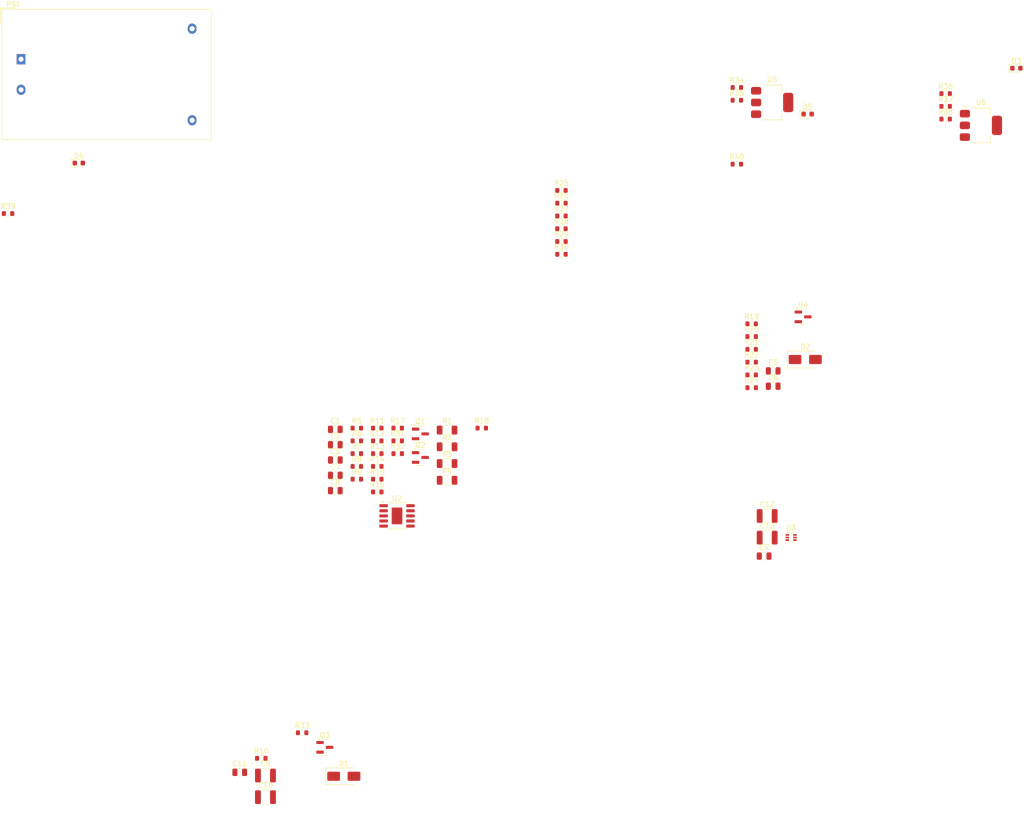
<source format=kicad_pcb>
(kicad_pcb (version 20240108) (generator "pcbnew") (generator_version "8.0")
  (layers (0 "F.Cu" signal) (31 "B.Cu" signal) (34 "B.Paste" user) (35 "F.Paste" user) (36 "B.SilkS" user "B.Silkscreen") (37 "F.SilkS" user "F.Silkscreen") (38 "B.Mask" user) (39 "F.Mask" user) (44 "Edge.Cuts" user))
  (net 0 "")
  (net 1 "Net-(U2-IP)")
  (net 2 "Earth_Protective")
  (net 3 "Net-(U2-IN)")
  (net 4 "Net-(U2-VP)")
  (net 5 "GND")
  (net 6 "+12V")
  (net 7 "-12V")
  (net 8 "+3.3V")
  (net 9 "+5V")
  (net 10 "Net-(D1-A)")
  (net 11 "/EVSE control and status/CONTROL_PILOT_OUT")
  (net 12 "Net-(D3-K)")
  (net 13 "Net-(D4-K)")
  (net 14 "Net-(D5-K)")
  (net 15 "/AC/N_in")
  (net 16 "/AC/L_in")
  (net 17 "/AC/GFCI_TEST")
  (net 18 "Net-(Q1-D)")
  (net 19 "/AC/GFCI_CALIBRATE")
  (net 20 "Net-(Q2-D)")
  (net 21 "/AC/AC_RELAY_PWM")
  (net 22 "Net-(R1-Pad2)")
  (net 23 "Net-(R2-Pad2)")
  (net 24 "Net-(R3-Pad2)")
  (net 25 "Net-(T1-AA)")
  (net 26 "Net-(U1-CT_S2)")
  (net 27 "Net-(U1-CT_S1)")
  (net 28 "Net-(T1-SB)")
  (net 29 "/AC/AC_RELAY_SENSE")
  (net 30 "Net-(U1-Fault)")
  (net 31 "/AC/GFCI_FAULT")
  (net 32 "Net-(U2-SEL)")
  (net 33 "/EVSE control and status/PROXIMITY_PILOT")
  (net 34 "Net-(U4--)")
  (net 35 "Net-(R21-Pad2)")
  (net 36 "/EVSE control and status/CONTROL_PILOT_SENSE")
  (net 37 "/BV2")
  (net 38 "/BV1")
  (net 39 "/BV0")
  (net 40 "/AC/POWER_MEASUREMENT_CLK")
  (net 41 "Net-(U5-ADJ)")
  (net 42 "Net-(U6-ADJ)")
  (net 43 "/AC/POWER_MEASUREMENT_RX")
  (net 44 "/AC/POWER_MEASUREMENT_TX")
  (net 45 "/AC/POWER_MEASUREMENT_INFO")
  (net 46 "/EVSE control and status/LOCK_B_OUT")
  (net 47 "/EVSE control and status/LOCK_B")
  (net 48 "/EVSE control and status/LOCK_A")
  (net 49 "/EVSE control and status/LOCK_A_OUT")
  (footprint "Resistor_SMD:R_1206_3216Metric" (layer "F.Cu") (at 112.165 107.95)
    (property "Reference" "R3" (at 0 -1.82 0) (layer "F.SilkS"))
    (property "Value" "20k")
    (fp_line (start -0.727064 -0.91) (end 0.727064 -0.91) (stroke (width 0.12)) (layer "F.SilkS"))
    (fp_line (start -0.727064 0.91) (end 0.727064 0.91) (stroke (width 0.12)) (layer "F.SilkS"))
    (pad "1" smd roundrect (at -1.4625 0) (size 1.125 1.75) (layers "F.Cu" "F.Paste" "F.Mask") (roundrect_rratio 0.222222) (net 23 "Net-(R2-Pad2)"))
    (pad "2" smd roundrect (at 1.4625 0) (size 1.125 1.75) (layers "F.Cu" "F.Paste" "F.Mask") (roundrect_rratio 0.222222) (net 24 "Net-(R3-Pad2)"))
  )
  (footprint "Capacitor_SMD:C_0805_2012Metric" (layer "F.Cu") (at 71.45 168.62)
    (property "Reference" "C11" (at 0 -1.68 0) (layer "F.SilkS"))
    (property "Value" "100n")
    (fp_line (start -0.261252 -0.735) (end 0.261252 -0.735) (stroke (width 0.12)) (layer "F.SilkS"))
    (fp_line (start -0.261252 0.735) (end 0.261252 0.735) (stroke (width 0.12)) (layer "F.SilkS"))
    (pad "1" smd roundrect (at -0.95 0) (size 1 1.45) (layers "F.Cu" "F.Paste" "F.Mask") (net 6 "+12V"))
    (pad "2" smd roundrect (at 0.95 0) (size 1 1.45) (layers "F.Cu" "F.Paste" "F.Mask") (net 2 "Earth_Protective"))
  )
  (footprint "Capacitor_SMD:C_0805_2012Metric" (layer "F.Cu") (at 90.215 104.24)
    (property "Reference" "C2" (at 0 -1.68 0) (layer "F.SilkS"))
    (property "Value" "33n")
    (fp_line (start -0.261252 -0.735) (end 0.261252 -0.735) (stroke (width 0.12)) (layer "F.SilkS"))
    (fp_line (start -0.261252 0.735) (end 0.261252 0.735) (stroke (width 0.12)) (layer "F.SilkS"))
    (pad "1" smd roundrect (at -0.95 0) (size 1 1.45) (layers "F.Cu" "F.Paste" "F.Mask") (net 2 "Earth_Protective"))
    (pad "2" smd roundrect (at 0.95 0) (size 1 1.45) (layers "F.Cu" "F.Paste" "F.Mask") (net 3 "Net-(U2-IN)"))
  )
  (footprint "Package_TO_SOT_SMD:SOT-223-3_TabPin2" (layer "F.Cu") (at 217 41.5)
    (property "Reference" "U6" (at 0 -4.5 0) (layer "F.SilkS"))
    (property "Value" "AMS1117")
    (fp_line (start -1.85 -3.41) (end 1.91 -3.41) (stroke (width 0.12)) (layer "F.SilkS"))
    (fp_line (start -1.85 3.41) (end 1.91 3.41) (stroke (width 0.12)) (layer "F.SilkS"))
    (fp_line (start 1.91 -3.41) (end 1.91 -2.15) (stroke (width 0.12)) (layer "F.SilkS"))
    (fp_line (start 1.91 3.41) (end 1.91 2.15) (stroke (width 0.12)) (layer "F.SilkS"))
    (fp_poly (pts (xy -3.13 -3.31) (xy -3.37 -3.64) (xy -2.89 -3.64) (xy -3.13 -3.31)) (stroke (width 0.12)) (fill solid) (layer "F.SilkS"))
    (pad "1" smd roundrect (at -3.15 -2.3) (size 2 1.5) (layers "F.Cu" "F.Paste" "F.Mask") (net 42 "Net-(U6-ADJ)"))
    (pad "2" smd roundrect (at -3.15 0) (size 2 1.5) (layers "F.Cu" "F.Paste" "F.Mask") (net 9 "+5V"))
    (pad "2" smd roundrect (at 3.15 0) (size 2 3.8) (layers "F.Cu" "F.Paste" "F.Mask") (net 9 "+5V"))
    (pad "3" smd roundrect (at -3.15 2.3) (size 2 1.5) (layers "F.Cu" "F.Paste" "F.Mask") (net 6 "+12V"))
  )
  (footprint "Package_TO_SOT_SMD:SOT-23" (layer "F.Cu") (at 182.075 79.125)
    (property "Reference" "U4" (at 0 -2.4 0) (layer "F.SilkS"))
    (property "Value" "TLV1805")
    (fp_line (start 0 -1.56) (end -0.65 -1.56) (stroke (width 0.12)) (layer "F.SilkS"))
    (fp_line (start 0 -1.56) (end 0.65 -1.56) (stroke (width 0.12)) (layer "F.SilkS"))
    (fp_line (start 0 1.56) (end -0.65 1.56) (stroke (width 0.12)) (layer "F.SilkS"))
    (fp_line (start 0 1.56) (end 0.65 1.56) (stroke (width 0.12)) (layer "F.SilkS"))
    (fp_poly (pts (xy -1.1625 -1.51) (xy -1.4025 -1.84) (xy -0.9225 -1.84) (xy -1.1625 -1.51)) (stroke (width 0.12)) (fill solid) (layer "F.SilkS"))
    (pad "1" smd roundrect (at -0.9375 -0.95) (size 1.475 0.6) (layers "F.Cu" "F.Paste" "F.Mask") (net 35 "Net-(R21-Pad2)"))
    (pad "2" smd roundrect (at -0.9375 0.95) (size 1.475 0.6) (layers "F.Cu" "F.Paste" "F.Mask") (net 7 "-12V"))
    (pad "3" smd roundrect (at 0.9375 0) (size 1.475 0.6) (layers "F.Cu" "F.Paste" "F.Mask") (net 34 "Net-(U4--)"))
  )
  (footprint "Resistor_SMD:R_0603_1608Metric" (layer "F.Cu") (at 171.975 85.51)
    (property "Reference" "R21" (at 0 -1.43 0) (layer "F.SilkS"))
    (property "Value" "1K")
    (fp_line (start -0.237258 -0.5225) (end 0.237258 -0.5225) (stroke (width 0.12)) (layer "F.SilkS"))
    (fp_line (start -0.237258 0.5225) (end 0.237258 0.5225) (stroke (width 0.12)) (layer "F.SilkS"))
    (pad "1" smd roundrect (at -0.825 0) (size 0.8 0.95) (layers "F.Cu" "F.Paste" "F.Mask") (net 11 "/EVSE control and status/CONTROL_PILOT_OUT"))
    (pad "2" smd roundrect (at 0.825 0) (size 0.8 0.95) (layers "F.Cu" "F.Paste" "F.Mask") (net 35 "Net-(R21-Pad2)"))
  )
  (footprint "Capacitor_SMD:C_0805_2012Metric" (layer "F.Cu") (at 174.425 126.13)
    (property "Reference" "C4" (at 0 -1.68 0) (layer "F.SilkS"))
    (property "Value" "100n")
    (fp_line (start -0.261252 -0.735) (end 0.261252 -0.735) (stroke (width 0.12)) (layer "F.SilkS"))
    (fp_line (start -0.261252 0.735) (end 0.261252 0.735) (stroke (width 0.12)) (layer "F.SilkS"))
    (pad "1" smd roundrect (at -0.95 0) (size 1 1.45) (layers "F.Cu" "F.Paste" "F.Mask") (net 6 "+12V"))
    (pad "2" smd roundrect (at 0.95 0) (size 1 1.45) (layers "F.Cu" "F.Paste" "F.Mask") (net 5 "GND"))
  )
  (footprint "Package_TO_SOT_SMD:SOT-223-3_TabPin2" (layer "F.Cu") (at 176 37)
    (property "Reference" "U5" (at 0 -4.5 0) (layer "F.SilkS"))
    (property "Value" "AMS1117")
    (fp_line (start -1.85 -3.41) (end 1.91 -3.41) (stroke (width 0.12)) (layer "F.SilkS"))
    (fp_line (start -1.85 3.41) (end 1.91 3.41) (stroke (width 0.12)) (layer "F.SilkS"))
    (fp_line (start 1.91 -3.41) (end 1.91 -2.15) (stroke (width 0.12)) (layer "F.SilkS"))
    (fp_line (start 1.91 3.41) (end 1.91 2.15) (stroke (width 0.12)) (layer "F.SilkS"))
    (fp_poly (pts (xy -3.13 -3.31) (xy -3.37 -3.64) (xy -2.89 -3.64) (xy -3.13 -3.31)) (stroke (width 0.12)) (fill solid) (layer "F.SilkS"))
    (pad "1" smd roundrect (at -3.15 -2.3) (size 2 1.5) (layers "F.Cu" "F.Paste" "F.Mask") (net 41 "Net-(U5-ADJ)"))
    (pad "2" smd roundrect (at -3.15 0) (size 2 1.5) (layers "F.Cu" "F.Paste" "F.Mask") (net 8 "+3.3V"))
    (pad "2" smd roundrect (at 3.15 0) (size 2 3.8) (layers "F.Cu" "F.Paste" "F.Mask") (net 8 "+3.3V"))
    (pad "3" smd roundrect (at -3.15 2.3) (size 2 1.5) (layers "F.Cu" "F.Paste" "F.Mask") (net 6 "+12V"))
  )
  (footprint "Resistor_SMD:R_0603_1608Metric" (layer "F.Cu") (at 98.455 111.02)
    (property "Reference" "R15" (at 0 -1.43 0) (layer "F.SilkS"))
    (property "Value" "10K")
    (fp_line (start -0.237258 -0.5225) (end 0.237258 -0.5225) (stroke (width 0.12)) (layer "F.SilkS"))
    (fp_line (start -0.237258 0.5225) (end 0.237258 0.5225) (stroke (width 0.12)) (layer "F.SilkS"))
    (pad "1" smd roundrect (at -0.825 0) (size 0.8 0.95) (layers "F.Cu" "F.Paste" "F.Mask") (net 20 "Net-(Q2-D)"))
    (pad "2" smd roundrect (at 0.825 0) (size 0.8 0.95) (layers "F.Cu" "F.Paste" "F.Mask") (net 9 "+5V"))
  )
  (footprint "Resistor_SMD:R_0603_1608Metric" (layer "F.Cu") (at 25.945 58.825)
    (property "Reference" "R39" (at 0 -1.43 0) (layer "F.SilkS"))
    (property "Value" "160")
    (fp_line (start -0.237258 -0.5225) (end 0.237258 -0.5225) (stroke (width 0.12)) (layer "F.SilkS"))
    (fp_line (start -0.237258 0.5225) (end 0.237258 0.5225) (stroke (width 0.12)) (layer "F.SilkS"))
    (pad "1" smd roundrect (at -0.825 0) (size 0.8 0.95) (layers "F.Cu" "F.Paste" "F.Mask") (net 13 "Net-(D4-K)"))
    (pad "2" smd roundrect (at 0.825 0) (size 0.8 0.95) (layers "F.Cu" "F.Paste" "F.Mask") (net 5 "GND"))
  )
  (footprint "Capacitor_SMD:C_0805_2012Metric" (layer "F.Cu") (at 176.205 89.74)
    (property "Reference" "C5" (at 0 -1.68 0) (layer "F.SilkS"))
    (property "Value" "100n 25V")
    (fp_line (start -0.261252 -0.735) (end 0.261252 -0.735) (stroke (width 0.12)) (layer "F.SilkS"))
    (fp_line (start -0.261252 0.735) (end 0.261252 0.735) (stroke (width 0.12)) (layer "F.SilkS"))
    (pad "1" smd roundrect (at -0.95 0) (size 1 1.45) (layers "F.Cu" "F.Paste" "F.Mask") (net 6 "+12V"))
    (pad "2" smd roundrect (at 0.95 0) (size 1 1.45) (layers "F.Cu" "F.Paste" "F.Mask") (net 5 "GND"))
  )
  (footprint "Resistor_SMD:R_0603_1608Metric" (layer "F.Cu") (at 98.455 103.49)
    (property "Reference" "R12" (at 0 -1.43 0) (layer "F.SilkS"))
    (property "Value" "20k")
    (fp_line (start -0.237258 -0.5225) (end 0.237258 -0.5225) (stroke (width 0.12)) (layer "F.SilkS"))
    (fp_line (start -0.237258 0.5225) (end 0.237258 0.5225) (stroke (width 0.12)) (layer "F.SilkS"))
    (pad "1" smd roundrect (at -0.825 0) (size 0.8 0.95) (layers "F.Cu" "F.Paste" "F.Mask") (net 2 "Earth_Protective"))
    (pad "2" smd roundrect (at 0.825 0) (size 0.8 0.95) (layers "F.Cu" "F.Paste" "F.Mask") (net 31 "/AC/GFCI_FAULT"))
  )
  (footprint "Capacitor_SMD:C_0805_2012Metric" (layer "F.Cu") (at 176.205 92.75)
    (property "Reference" "C6" (at 0 -1.68 0) (layer "F.SilkS"))
    (property "Value" "100n 25V")
    (fp_line (start -0.261252 -0.735) (end 0.261252 -0.735) (stroke (width 0.12)) (layer "F.SilkS"))
    (fp_line (start -0.261252 0.735) (end 0.261252 0.735) (stroke (width 0.12)) (layer "F.SilkS"))
    (pad "1" smd roundrect (at -0.95 0) (size 1 1.45) (layers "F.Cu" "F.Paste" "F.Mask") (net 7 "-12V"))
    (pad "2" smd roundrect (at 0.95 0) (size 1 1.45) (layers "F.Cu" "F.Paste" "F.Mask") (net 5 "GND"))
  )
  (footprint "Package_SO:SSOP-10-1EP_3.9x4.9mm_P1mm_EP2.1x3.3mm" (layer "F.Cu") (at 102.335 118.235)
    (property "Reference" "U2" (at 0 -3.4 0) (layer "F.SilkS"))
    (property "Value" "BL0942")
    (fp_line (start 0 -2.56) (end -1.95 -2.56) (stroke (width 0.12)) (layer "F.SilkS"))
    (fp_line (start 0 -2.56) (end 1.95 -2.56) (stroke (width 0.12)) (layer "F.SilkS"))
    (fp_line (start 0 2.56) (end -1.95 2.56) (stroke (width 0.12)) (layer "F.SilkS"))
    (fp_line (start 0 2.56) (end 1.95 2.56) (stroke (width 0.12)) (layer "F.SilkS"))
    (fp_poly (pts (xy -2.7125 -2.56) (xy -2.9525 -2.89) (xy -2.4725 -2.89) (xy -2.7125 -2.56)) (stroke (width 0.12)) (fill solid) (layer "F.SilkS"))
    (pad "1" smd roundrect (at -2.6375 -2) (size 1.675 0.6) (layers "F.Cu" "F.Paste" "F.Mask") (net 8 "+3.3V"))
    (pad "2" smd roundrect (at -2.6375 -1) (size 1.675 0.6) (layers "F.Cu" "F.Paste" "F.Mask") (net 1 "Net-(U2-IP)"))
    (pad "3" smd roundrect (at -2.6375 0) (size 1.675 0.6) (layers "F.Cu" "F.Paste" "F.Mask") (net 3 "Net-(U2-IN)"))
    (pad "4" smd roundrect (at -2.6375 1) (size 1.675 0.6) (layers "F.Cu" "F.Paste" "F.Mask") (net 4 "Net-(U2-VP)"))
    (pad "5" smd roundrect (at -2.6375 2) (size 1.675 0.6) (layers "F.Cu" "F.Paste" "F.Mask") (net 2 "Earth_Protective"))
    (pad "6" smd roundrect (at 2.6375 2) (size 1.675 0.6) (layers "F.Cu" "F.Paste" "F.Mask") (net 45 "/AC/POWER_MEASUREMENT_INFO"))
    (pad "7" smd roundrect (at 2.6375 1) (size 1.675 0.6) (layers "F.Cu" "F.Paste" "F.Mask") (net 32 "Net-(U2-SEL)"))
    (pad "8" smd roundrect (at 2.6375 0) (size 1.675 0.6) (layers "F.Cu" "F.Paste" "F.Mask") (net 40 "/AC/POWER_MEASUREMENT_CLK"))
    (pad "9" smd roundrect (at 2.6375 -1) (size 1.675 0.6) (layers "F.Cu" "F.Paste" "F.Mask") (net 43 "/AC/POWER_MEASUREMENT_RX"))
    (pad "10" smd roundrect (at 2.6375 -2) (size 1.675 0.6) (layers "F.Cu" "F.Paste" "F.Mask") (net 44 "/AC/POWER_MEASUREMENT_TX"))
    (pad "11" smd rect (at 0 0) (size 2.1 3.3) (property pad_prop_heatsink) (layers "F.Cu" "F.Mask"))
  )
  (footprint "Capacitor_SMD:C_0805_2012Metric" (layer "F.Cu") (at 90.215 110.26)
    (property "Reference" "C7" (at 0 -1.68 0) (layer "F.SilkS"))
    (property "Value" "100n")
    (fp_line (start -0.261252 -0.735) (end 0.261252 -0.735) (stroke (width 0.12)) (layer "F.SilkS"))
    (fp_line (start -0.261252 0.735) (end 0.261252 0.735) (stroke (width 0.12)) (layer "F.SilkS"))
    (pad "1" smd roundrect (at -0.95 0) (size 1 1.45) (layers "F.Cu" "F.Paste" "F.Mask") (net 8 "+3.3V"))
    (pad "2" smd roundrect (at 0.95 0) (size 1 1.45) (layers "F.Cu" "F.Paste" "F.Mask") (net 2 "Earth_Protective"))
  )
  (footprint "Resistor_SMD:R_0603_1608Metric" (layer "F.Cu") (at 98.455 113.53)
    (property "Reference" "R16" (at 0 -1.43 0) (layer "F.SilkS"))
    (property "Value" "10K")
    (fp_line (start -0.237258 -0.5225) (end 0.237258 -0.5225) (stroke (width 0.12)) (layer "F.SilkS"))
    (fp_line (start -0.237258 0.5225) (end 0.237258 0.5225) (stroke (width 0.12)) (layer "F.SilkS"))
    (pad "1" smd roundrect (at -0.825 0) (size 0.8 0.95) (layers "F.Cu" "F.Paste" "F.Mask") (net 19 "/AC/GFCI_CALIBRATE"))
    (pad "2" smd roundrect (at 0.825 0) (size 0.8 0.95) (layers "F.Cu" "F.Paste" "F.Mask") (net 8 "+3.3V"))
  )
  (footprint "Resistor_SMD:R_0603_1608Metric" (layer "F.Cu") (at 94.445 111.02)
    (property "Reference" "R9" (at 0 -1.43 0) (layer "F.SilkS"))
    (property "Value" "20k")
    (fp_line (start -0.237258 -0.5225) (end 0.237258 -0.5225) (stroke (width 0.12)) (layer "F.SilkS"))
    (fp_line (start -0.237258 0.5225) (end 0.237258 0.5225) (stroke (width 0.12)) (layer "F.SilkS"))
    (pad "1" smd roundrect (at -0.825 0) (size 0.8 0.95) (layers "F.Cu" "F.Paste" "F.Mask") (net 2 "Earth_Protective"))
    (pad "2" smd roundrect (at 0.825 0) (size 0.8 0.95) (layers "F.Cu" "F.Paste" "F.Mask") (net 28 "Net-(T1-SB)"))
  )
  (footprint "Resistor_SMD:R_0603_1608Metric" (layer "F.Cu") (at 94.445 106)
    (property "Reference" "R7" (at 0 -1.43 0) (layer "F.SilkS"))
    (property "Value" "3K3")
    (fp_line (start -0.237258 -0.5225) (end 0.237258 -0.5225) (stroke (width 0.12)) (layer "F.SilkS"))
    (fp_line (start -0.237258 0.5225) (end 0.237258 0.5225) (stroke (width 0.12)) (layer "F.SilkS"))
    (pad "1" smd roundrect (at -0.825 0) (size 0.8 0.95) (layers "F.Cu" "F.Paste" "F.Mask") (net 26 "Net-(U1-CT_S2)"))
    (pad "2" smd roundrect (at 0.825 0) (size 0.8 0.95) (layers "F.Cu" "F.Paste" "F.Mask") (net 27 "Net-(U1-CT_S1)"))
  )
  (footprint "Capacitor_SMD:C_1210_3225Metric" (layer "F.Cu") (at 175.025 122.5)
    (property "Reference" "C13" (at 0 -2.3 0) (layer "F.SilkS"))
    (property "Value" "22uF 25V")
    (fp_line (start -0.711252 -1.36) (end 0.711252 -1.36) (stroke (width 0.12)) (layer "F.SilkS"))
    (fp_line (start -0.711252 1.36) (end 0.711252 1.36) (stroke (width 0.12)) (layer "F.SilkS"))
    (pad "1" smd roundrect (at -1.475 0) (size 1.15 2.7) (layers "F.Cu" "F.Paste" "F.Mask") (roundrect_rratio 0.217391) (net 6 "+12V"))
    (pad "2" smd roundrect (at 1.475 0) (size 1.15 2.7) (layers "F.Cu" "F.Paste" "F.Mask") (roundrect_rratio 0.217391) (net 5 "GND"))
  )
  (footprint "Resistor_SMD:R_0603_1608Metric" (layer "F.Cu") (at 169.07 36.565)
    (property "Reference" "R35" (at 0 -1.43 0) (layer "F.SilkS"))
    (property "Value" "DNP")
    (fp_line (start -0.237258 -0.5225) (end 0.237258 -0.5225) (stroke (width 0.12)) (layer "F.SilkS"))
    (fp_line (start -0.237258 0.5225) (end 0.237258 0.5225) (stroke (width 0.12)) (layer "F.SilkS"))
    (pad "1" smd roundrect (at -0.825 0) (size 0.8 0.95) (layers "F.Cu" "F.Paste" "F.Mask") (net 5 "GND"))
    (pad "2" smd roundrect (at 0.825 0) (size 0.8 0.95) (layers "F.Cu" "F.Paste" "F.Mask") (net 41 "Net-(U5-ADJ)"))
  )
  (footprint "Diode_SMD:D_0603_1608Metric" (layer "F.Cu") (at 223.97 30.27)
    (property "Reference" "D3" (at 0 -1.43 0) (layer "F.SilkS"))
    (property "Value" "LED")
    (fp_line (start -1.485 -0.735) (end -1.485 0.735) (stroke (width 0.12)) (layer "F.SilkS"))
    (fp_line (start -1.485 0.735) (end 0.8 0.735) (stroke (width 0.12)) (layer "F.SilkS"))
    (fp_line (start 0.8 -0.735) (end -1.485 -0.735) (stroke (width 0.12)) (layer "F.SilkS"))
    (pad "1" smd roundrect (at -0.7875 0) (size 0.875 0.95) (layers "F.Cu" "F.Paste" "F.Mask") (net 12 "Net-(D3-K)"))
    (pad "2" smd roundrect (at 0.7875 0) (size 0.875 0.95) (layers "F.Cu" "F.Paste" "F.Mask") (net 9 "+5V"))
  )
  (footprint "Resistor_SMD:R_0603_1608Metric" (layer "F.Cu") (at 102.465 106)
    (property "Reference" "R32" (at 0 -1.43 0) (layer "F.SilkS"))
    (property "Value" "10K")
    (fp_line (start -0.237258 -0.5225) (end 0.237258 -0.5225) (stroke (width 0.12)) (layer "F.SilkS"))
    (fp_line (start -0.237258 0.5225) (end 0.237258 0.5225) (stroke (width 0.12)) (layer "F.SilkS"))
    (pad "1" smd roundrect (at -0.825 0) (size 0.8 0.95) (layers "F.Cu" "F.Paste" "F.Mask") (net 8 "+3.3V"))
    (pad "2" smd roundrect (at 0.825 0) (size 0.8 0.95) (layers "F.Cu" "F.Paste" "F.Mask") (net 40 "/AC/POWER_MEASUREMENT_CLK"))
  )
  (footprint "Resistor_SMD:R_0603_1608Metric" (layer "F.Cu") (at 75.68 165.87)
    (property "Reference" "R10" (at 0 -1.43 0) (layer "F.SilkS"))
    (property "Value" "10K")
    (fp_line (start -0.237258 -0.5225) (end 0.237258 -0.5225) (stroke (width 0.12)) (layer "F.SilkS"))
    (fp_line (start -0.237258 0.5225) (end 0.237258 0.5225) (stroke (width 0.12)) (layer "F.SilkS"))
    (pad "1" smd roundrect (at -0.825 0) (size 0.8 0.95) (layers "F.Cu" "F.Paste" "F.Mask") (net 8 "+3.3V"))
    (pad "2" smd roundrect (at 0.825 0) (size 0.8 0.95) (layers "F.Cu" "F.Paste" "F.Mask") (net 29 "/AC/AC_RELAY_SENSE"))
  )
  (footprint "Resistor_SMD:R_0603_1608Metric" (layer "F.Cu") (at 169.07 34.055)
    (property "Reference" "R34" (at 0 -1.43 0) (layer "F.SilkS"))
    (property "Value" "DNP")
    (fp_line (start -0.237258 -0.5225) (end 0.237258 -0.5225) (stroke (width 0.12)) (layer "F.SilkS"))
    (fp_line (start -0.237258 0.5225) (end 0.237258 0.5225) (stroke (width 0.12)) (layer "F.SilkS"))
    (pad "1" smd roundrect (at -0.825 0) (size 0.8 0.95) (layers "F.Cu" "F.Paste" "F.Mask") (net 41 "Net-(U5-ADJ)"))
    (pad "2" smd roundrect (at 0.825 0) (size 0.8 0.95) (layers "F.Cu" "F.Paste" "F.Mask") (net 8 "+3.3V"))
  )
  (footprint "Resistor_SMD:R_1206_3216Metric" (layer "F.Cu") (at 112.165 101.37)
    (property "Reference" "R1" (at 0 -1.82 0) (layer "F.SilkS"))
    (property "Value" "20K")
    (fp_line (start -0.727064 -0.91) (end 0.727064 -0.91) (stroke (width 0.12)) (layer "F.SilkS"))
    (fp_line (start -0.727064 0.91) (end 0.727064 0.91) (stroke (width 0.12)) (layer "F.SilkS"))
    (pad "1" smd roundrect (at -1.4625 0) (size 1.125 1.75) (layers "F.Cu" "F.Paste" "F.Mask") (roundrect_rratio 0.222222) (net 15 "/AC/N_in"))
    (pad "2" smd roundrect (at 1.4625 0) (size 1.125 1.75) (layers "F.Cu" "F.Paste" "F.Mask") (roundrect_rratio 0.222222) (net 22 "Net-(R1-Pad2)"))
  )
  (footprint "Capacitor_SMD:C_1210_3225Metric" (layer "F.Cu") (at 175.025 118.25)
    (property "Reference" "C12" (at 0 -2.3 0) (layer "F.SilkS"))
    (property "Value" "22uF 25V")
    (fp_line (start -0.711252 -1.36) (end 0.711252 -1.36) (stroke (width 0.12)) (layer "F.SilkS"))
    (fp_line (start -0.711252 1.36) (end 0.711252 1.36) (stroke (width 0.12)) (layer "F.SilkS"))
    (pad "1" smd roundrect (at -1.475 0) (size 1.15 2.7) (layers "F.Cu" "F.Paste" "F.Mask") (roundrect_rratio 0.217391) (net 6 "+12V"))
    (pad "2" smd roundrect (at 1.475 0) (size 1.15 2.7) (layers "F.Cu" "F.Paste" "F.Mask") (roundrect_rratio 0.217391) (net 5 "GND"))
  )
  (footprint "Resistor_SMD:R_0603_1608Metric" (layer "F.Cu") (at 94.445 108.51)
    (property "Reference" "R8" (at 0 -1.43 0) (layer "F.SilkS"))
    (property "Value" "1K")
    (fp_line (start -0.237258 -0.5225) (end 0.237258 -0.5225) (stroke (width 0.12)) (layer "F.SilkS"))
    (fp_line (start -0.237258 0.5225) (end 0.237258 0.5225) (stroke (width 0.12)) (layer "F.SilkS"))
    (pad "1" smd roundrect (at -0.825 0) (size 0.8 0.95) (layers "F.Cu" "F.Paste" "F.Mask") (net 28 "Net-(T1-SB)"))
    (pad "2" smd roundrect (at 0.825 0) (size 0.8 0.95) (layers "F.Cu" "F.Paste" "F.Mask") (net 4 "Net-(U2-VP)"))
  )
  (footprint "Resistor_SMD:R_0603_1608Metric" (layer "F.Cu") (at 134.625 56.79)
    (property "Reference" "R26" (at 0 -1.43 0) (layer "F.SilkS"))
    (property "Value" "100K")
    (fp_line (start -0.237258 -0.5225) (end 0.237258 -0.5225) (stroke (width 0.12)) (layer "F.SilkS"))
    (fp_line (start -0.237258 0.5225) (end 0.237258 0.5225) (stroke (width 0.12)) (layer "F.SilkS"))
    (pad "1" smd roundrect (at -0.825 0) (size 0.8 0.95) (layers "F.Cu" "F.Paste" "F.Mask") (net 37 "/BV2"))
    (pad "2" smd roundrect (at 0.825 0) (size 0.8 0.95) (layers "F.Cu" "F.Paste" "F.Mask") (net 5 "GND"))
  )
  (footprint "Resistor_SMD:R_0603_1608Metric" (layer "F.Cu") (at 102.465 100.98)
    (property "Reference" "R17" (at 0 -1.43 0) (layer "F.SilkS"))
    (property "Value" "DNP")
    (fp_line (start -0.237258 -0.5225) (end 0.237258 -0.5225) (stroke (width 0.12)) (layer "F.SilkS"))
    (fp_line (start -0.237258 0.5225) (end 0.237258 0.5225) (stroke (width 0.12)) (layer "F.SilkS"))
    (pad "1" smd roundrect (at -0.825 0) (size 0.8 0.95) (layers "F.Cu" "F.Paste" "F.Mask") (net 32 "Net-(U2-SEL)"))
    (pad "2" smd roundrect (at 0.825 0) (size 0.8 0.95) (layers "F.Cu" "F.Paste" "F.Mask") (net 8 "+3.3V"))
  )
  (footprint "Resistor_SMD:R_0603_1608Metric" (layer "F.Cu") (at 210.07 37.76)
    (property "Reference" "R37" (at 0 -1.43 0) (layer "F.SilkS"))
    (property "Value" "DNP")
    (fp_line (start -0.237258 -0.5225) (end 0.237258 -0.5225) (stroke (width 0.12)) (layer "F.SilkS"))
    (fp_line (start -0.237258 0.5225) (end 0.237258 0.5225) (stroke (width 0.12)) (layer "F.SilkS"))
    (pad "1" smd roundrect (at -0.825 0) (size 0.8 0.95) (layers "F.Cu" "F.Paste" "F.Mask") (net 5 "GND"))
    (pad "2" smd roundrect (at 0.825 0) (size 0.8 0.95) (layers "F.Cu" "F.Paste" "F.Mask") (net 42 "Net-(U6-ADJ)"))
  )
  (footprint "Diode_SMD:D_SMA" (layer "F.Cu") (at 182.5 87.5)
    (property "Reference" "D2" (at 0 -2.5 0) (layer "F.SilkS"))
    (property "Value" "SMAJ14CA")
    (fp_line (start -3.51 -1.65) (end -3.51 1.65) (stroke (width 0.12)) (layer "F.SilkS"))
    (fp_line (start -3.51 -1.65) (end 2 -1.65) (stroke (width 0.12)) (layer "F.SilkS"))
    (fp_line (start -3.51 1.65) (end 2 1.65) (stroke (width 0.12)) (layer "F.SilkS"))
    (pad "1" smd roundrect (at -2 0) (size 2.5 1.8) (layers "F.Cu" "F.Paste" "F.Mask") (roundrect_rratio 0.1388888889) (net 5 "GND"))
    (pad "2" smd roundrect (at 2 0) (size 2.5 1.8) (layers "F.Cu" "F.Paste" "F.Mask") (roundrect_rratio 0.1388888889) (net 11 "/EVSE control and status/CONTROL_PILOT_OUT"))
  )
  (footprint "Diode_SMD:D_SMA" (layer "F.Cu") (at 91.885 169.4)
    (property "Reference" "D1" (at 0 -2.5 0) (layer "F.SilkS"))
    (property "Value" "MRA4007T3G")
    (fp_line (start -3.51 -1.65) (end -3.51 1.65) (stroke (width 0.12)) (layer "F.SilkS"))
    (fp_line (start -3.51 -1.65) (end 2 -1.65) (stroke (width 0.12)) (layer "F.SilkS"))
    (fp_line (start -3.51 1.65) (end 2 1.65) (stroke (width 0.12)) (layer "F.SilkS"))
    (pad "1" smd roundrect (at -2 0) (size 2.5 1.8) (layers "F.Cu" "F.Paste" "F.Mask") (roundrect_rratio 0.1388888889) (net 6 "+12V"))
    (pad "2" smd roundrect (at 2 0) (size 2.5 1.8) (layers "F.Cu" "F.Paste" "F.Mask") (roundrect_rratio 0.1388888889) (net 10 "Net-(D1-A)"))
  )
  (footprint "Diode_SMD:D_0603_1608Metric" (layer "F.Cu") (at 39.845 48.905)
    (property "Reference" "D4" (at 0 -1.43 0) (layer "F.SilkS"))
    (property "Value" "LED")
    (fp_line (start -1.485 -0.735) (end -1.485 0.735) (stroke (width 0.12)) (layer "F.SilkS"))
    (fp_line (start -1.485 0.735) (end 0.8 0.735) (stroke (width 0.12)) (layer "F.SilkS"))
    (fp_line (start 0.8 -0.735) (end -1.485 -0.735) (stroke (width 0.12)) (layer "F.SilkS"))
    (pad "1" smd roundrect (at -0.7875 0) (size 0.875 0.95) (layers "F.Cu" "F.Paste" "F.Mask") (net 13 "Net-(D4-K)"))
    (pad "2" smd roundrect (at 0.7875 0) (size 0.875 0.95) (layers "F.Cu" "F.Paste" "F.Mask") (net 6 "+12V"))
  )
  (footprint "Resistor_SMD:R_0603_1608Metric" (layer "F.Cu") (at 134.625 61.81)
    (property "Reference" "R28" (at 0 -1.43 0) (layer "F.SilkS"))
    (property "Value" "100K")
    (fp_line (start -0.237258 -0.5225) (end 0.237258 -0.5225) (stroke (width 0.12)) (layer "F.SilkS"))
    (fp_line (start -0.237258 0.5225) (end 0.237258 0.5225) (stroke (width 0.12)) (layer "F.SilkS"))
    (pad "1" smd roundrect (at -0.825 0) (size 0.8 0.95) (layers "F.Cu" "F.Paste" "F.Mask") (net 38 "/BV1"))
    (pad "2" smd roundrect (at 0.825 0) (size 0.8 0.95) (layers "F.Cu" "F.Paste" "F.Mask") (net 5 "GND"))
  )
  (footprint "Resistor_SMD:R_0603_1608Metric" (layer "F.Cu") (at 94.445 100.98)
    (property "Reference" "R5" (at 0 -1.43 0) (layer "F.SilkS"))
    (property "Value" "1K")
    (fp_line (start -0.237258 -0.5225) (end 0.237258 -0.5225) (stroke (width 0.12)) (layer "F.SilkS"))
    (fp_line (start -0.237258 0.5225) (end 0.237258 0.5225) (stroke (width 0.12)) (layer "F.SilkS"))
    (pad "1" smd roundrect (at -0.825 0) (size 0.8 0.95) (layers "F.Cu" "F.Paste" "F.Mask") (net 26 "Net-(U1-CT_S2)"))
    (pad "2" smd roundrect (at 0.825 0) (size 0.8 0.95) (layers "F.Cu" "F.Paste" "F.Mask") (net 3 "Net-(U2-IN)"))
  )
  (footprint "Package_TO_SOT_SMD:SOT-563" (layer "F.Cu") (at 179.725 122.485)
    (property "Reference" "U3" (at 0 -1.9 0) (layer "F.SilkS"))
    (property "Value" "DRV8220DRL")
    (fp_line (start 0.65 -0.9) (end -0.45 -0.9) (stroke (width 0.12)) (layer "F.SilkS"))
    (fp_line (start 0.65 0.9) (end -0.65 0.9) (stroke (width 0.12)) (layer "F.SilkS"))
    (fp_poly (pts (xy -0.7 -0.9) (xy -0.98 -0.9) (xy -0.7 -1.18) (xy -0.7 -0.9)) (stroke (width 0.12)) (fill solid) (layer "F.SilkS"))
    (pad "1" smd roundrect (at -0.75 -0.5) (size 0.7 0.34) (layers "F.Cu" "F.Paste" "F.Mask") (net 48 "/EVSE control and status/LOCK_A"))
    (pad "2" smd roundrect (at -0.75 0) (size 0.7 0.34) (layers "F.Cu" "F.Paste" "F.Mask") (net 47 "/EVSE control and status/LOCK_B"))
    (pad "3" smd roundrect (at -0.75 0.5) (size 0.7 0.34) (layers "F.Cu" "F.Paste" "F.Mask") (net 5 "GND"))
    (pad "4" smd roundrect (at 0.75 0.5) (size 0.7 0.34) (layers "F.Cu" "F.Paste" "F.Mask") (net 46 "/EVSE control and status/LOCK_B_OUT"))
    (pad "5" smd roundrect (at 0.75 0) (size 0.7 0.34) (layers "F.Cu" "F.Paste" "F.Mask") (net 6 "+12V"))
    (pad "6" smd roundrect (at 0.75 -0.5) (size 0.7 0.34) (layers "F.Cu" "F.Paste" "F.Mask") (net 49 "/EVSE control and status/LOCK_A_OUT"))
  )
  (footprint "Capacitor_SMD:C_0805_2012Metric" (layer "F.Cu") (at 90.215 101.23)
    (property "Reference" "C1" (at 0 -1.68 0) (layer "F.SilkS"))
    (property "Value" "33n")
    (fp_line (start -0.261252 -0.735) (end 0.261252 -0.735) (stroke (width 0.12)) (layer "F.SilkS"))
    (fp_line (start -0.261252 0.735) (end 0.261252 0.735) (stroke (width 0.12)) (layer "F.SilkS"))
    (pad "1" smd roundrect (at -0.95 0) (size 1 1.45) (layers "F.Cu" "F.Paste" "F.Mask") (net 1 "Net-(U2-IP)"))
    (pad "2" smd roundrect (at 0.95 0) (size 1 1.45) (layers "F.Cu" "F.Paste" "F.Mask") (net 2 "Earth_Protective"))
  )
  (footprint "Capacitor_SMD:C_0805_2012Metric" (layer "F.Cu") (at 90.215 113.27)
    (property "Reference" "C8" (at 0 -1.68 0) (layer "F.SilkS"))
    (property "Value" "100n")
    (fp_line (start -0.261252 -0.735) (end 0.261252 -0.735) (stroke (width 0.12)) (layer "F.SilkS"))
    (fp_line (start -0.261252 0.735) (end 0.261252 0.735) (stroke (width 0.12)) (layer "F.SilkS"))
    (pad "1" smd roundrect (at -0.95 0) (size 1 1.45) (layers "F.Cu" "F.Paste" "F.Mask") (net 9 "+5V"))
    (pad "2" smd roundrect (at 0.95 0) (size 1 1.45) (layers "F.Cu" "F.Paste" "F.Mask") (net 2 "Earth_Protective"))
  )
  (footprint "Resistor_SMD:R_0603_1608Metric" (layer "F.Cu") (at 102.465 103.49)
    (property "Reference" "R31" (at 0 -1.43 0) (layer "F.SilkS"))
    (property "Value" "DNP")
    (fp_line (start -0.237258 -0.5225) (end 0.237258 -0.5225) (stroke (width 0.12)) (layer "F.SilkS"))
    (fp_line (start -0.237258 0.5225) (end 0.237258 0.5225) (stroke (width 0.12)) (layer "F.SilkS"))
    (pad "1" smd roundrect (at -0.825 0) (size 0.8 0.95) (layers "F.Cu" "F.Paste" "F.Mask") (net 40 "/AC/POWER_MEASUREMENT_CLK"))
    (pad "2" smd roundrect (at 0.825 0) (size 0.8 0.95) (layers "F.Cu" "F.Paste" "F.Mask") (net 2 "Earth_Protective"))
  )
  (footprint "Resistor_SMD:R_0603_1608Metric" (layer "F.Cu") (at 118.975 100.98)
    (property "Reference" "R18" (at 0 -1.43 0) (layer "F.SilkS"))
    (property "Value" "R")
    (fp_line (start -0.237258 -0.5225) (end 0.237258 -0.5225) (stroke (width 0.12)) (layer "F.SilkS"))
    (fp_line (start -0.237258 0.5225) (end 0.237258 0.5225) (stroke (width 0.12)) (layer "F.SilkS"))
    (pad "1" smd roundrect (at -0.825 0) (size 0.8 0.95) (layers "F.Cu" "F.Paste" "F.Mask") (net 8 "+3.3V"))
    (pad "2" smd roundrect (at 0.825 0) (size 0.8 0.95) (layers "F.Cu" "F.Paste" "F.Mask") (net 33 "/EVSE control and status/PROXIMITY_PILOT"))
  )
  (footprint "Diode_SMD:D_0603_1608Metric" (layer "F.Cu") (at 182.97 39.275)
    (property "Reference" "D5" (at 0 -1.43 0) (layer "F.SilkS"))
    (property "Value" "LED")
    (fp_line (start -1.485 -0.735) (end -1.485 0.735) (stroke (width 0.12)) (layer "F.SilkS"))
    (fp_line (start -1.485 0.735) (end 0.8 0.735) (stroke (width 0.12)) (layer "F.SilkS"))
    (fp_line (start 0.8 -0.735) (end -1.485 -0.735) (stroke (width 0.12)) (layer "F.SilkS"))
    (pad "1" smd roundrect (at -0.7875 0) (size 0.875 0.95) (layers "F.Cu" "F.Paste" "F.Mask") (net 14 "Net-(D5-K)"))
    (pad "2" smd roundrect (at 0.7875 0) (size 0.875 0.95) (layers "F.Cu" "F.Paste" "F.Mask") (net 8 "+3.3V"))
  )
  (footprint "Resistor_SMD:R_0603_1608Metric" (layer "F.Cu") (at 134.625 54.28)
    (property "Reference" "R25" (at 0 -1.43 0) (layer "F.SilkS"))
    (property "Value" "DNP")
    (fp_line (start -0.237258 -0.5225) (end 0.237258 -0.5225) (stroke (width 0.12)) (layer "F.SilkS"))
    (fp_line (start -0.237258 0.5225) (end 0.237258 0.5225) (stroke (width 0.12)) (layer "F.SilkS"))
    (pad "1" smd roundrect (at -0.825 0) (size 0.8 0.95) (layers "F.Cu" "F.Paste" "F.Mask") (net 8 "+3.3V"))
    (pad "2" smd roundrect (at 0.825 0) (size 0.8 0.95) (layers "F.Cu" "F.Paste" "F.Mask") (net 37 "/BV2"))
  )
  (footprint "Resistor_SMD:R_0603_1608Metric" (layer "F.Cu") (at 98.455 100.98)
    (property "Reference" "R11" (at 0 -1.43 0) (layer "F.SilkS"))
    (property "Value" "20k")
    (fp_line (start -0.237258 -0.5225) (end 0.237258 -0.5225) (stroke (width 0.12)) (layer "F.SilkS"))
    (fp_line (start -0.237258 0.5225) (end 0.237258 0.5225) (stroke (width 0.12)) (layer "F.SilkS"))
    (pad "1" smd roundrect (at -0.825 0) (size 0.8 0.95) (layers "F.Cu" "F.Paste" "F.Mask") (net 31 "/AC/GFCI_FAULT"))
    (pad "2" smd roundrect (at 0.825 0) (size 0.8 0.95) (layers "F.Cu" "F.Paste" "F.Mask") (net 30 "Net-(U1-Fault)"))
  )
  (footprint "Resistor_SMD:R_0603_1608Metric" (layer "F.Cu") (at 134.625 59.3)
    (property "Reference" "R27" (at 0 -1.43 0) (layer "F.SilkS"))
    (property "Value" "DNP")
    (fp_line (start -0.237258 -0.5225) (end 0.237258 -0.5225) (stroke (width 0.12)) (layer "F.SilkS"))
    (fp_line (start -0.237258 0.5225) (end 0.237258 0.5225) (stroke (width 0.12)) (layer "F.SilkS"))
    (pad "1" smd roundrect (at -0.825 0) (size 0.8 0.95) (layers "F.Cu" "F.Paste" "F.Mask") (net 8 "+3.3V"))
    (pad "2" smd roundrect (at 0.825 0) (size 0.8 0.95) (layers "F.Cu" "F.Paste" "F.Mask") (net 38 "/BV1"))
  )
  (footprint "Resistor_SMD:R_0603_1608Metric" (layer "F.Cu") (at 171.975 80.49)
    (property "Reference" "R19" (at 0 -1.43 0) (layer "F.SilkS"))
    (property "Value" "200K")
    (fp_line (start -0.237258 -0.5225) (end 0.237258 -0.5225) (stroke (width 0.12)) (layer "F.SilkS"))
    (fp_line (start -0.237258 0.5225) (end 0.237258 0.5225) (stroke (width 0.12)) (layer "F.SilkS"))
    (pad "1" smd roundrect (at -0.825 0) (size 0.8 0.95) (layers "F.Cu" "F.Paste" "F.Mask") (net 8 "+3.3V"))
    (pad "2" smd roundrect (at 0.825 0) (size 0.8 0.95) (layers "F.Cu" "F.Paste" "F.Mask") (net 34 "Net-(U4--)"))
  )
  (footprint "Resistor_SMD:R_0603_1608Metric" (layer "F.Cu") (at 171.975 90.53)
    (property "Reference" "R23" (at 0 -1.43 0) (layer "F.SilkS"))
    (property "Value" "66.5k")
    (fp_line (start -0.237258 -0.5225) (end 0.237258 -0.5225) (stroke (width 0.12)) (layer "F.SilkS"))
    (fp_line (start -0.237258 0.5225) (end 0.237258 0.5225) (stroke (width 0.12)) (layer "F.SilkS"))
    (pad "1" smd roundrect (at -0.825 0) (size 0.8 0.95) (layers "F.Cu" "F.Paste" "F.Mask") (net 5 "GND"))
    (pad "2" smd roundrect (at 0.825 0) (size 0.8 0.95) (layers "F.Cu" "F.Paste" "F.Mask") (net 36 "/EVSE control and status/CONTROL_PILOT_SENSE"))
  )
  (footprint "Package_TO_SOT_SMD:SOT-23" (layer "F.Cu") (at 106.915 102.125)
    (property "Reference" "Q1" (at 0 -2.4 0) (layer "F.SilkS"))
    (property "Value" "BSS138")
    (fp_line (start 0 -1.56) (end -0.65 -1.56) (stroke (width 0.12)) (layer "F.SilkS"))
    (fp_line (start 0 -1.56) (end 0.65 -1.56) (stroke (width 0.12)) (layer "F.SilkS"))
    (fp_line (start 0 1.56) (end -0.65 1.56) (stroke (width 0.12)) (layer "F.SilkS"))
    (fp_line (start 0 1.56) (end 0.65 1.56) (stroke (width 0.12)) (layer "F.SilkS"))
    (fp_poly (pts (xy -1.1625 -1.51) (xy -1.4025 -1.84) (xy -0.9225 -1.84) (xy -1.1625 -1.51)) (stroke (width 0.12)) (fill solid) (layer "F.SilkS"))
    (pad "1" smd roundrect (at -0.9375 -0.95) (size 1.475 0.6) (layers "F.Cu" "F.Paste" "F.Mask") (net 8 "+3.3V"))
    (pad "2" smd roundrect (at -0.9375 0.95) (size 1.475 0.6) (layers "F.Cu" "F.Paste" "F.Mask") (net 17 "/AC/GFCI_TEST"))
    (pad "3" smd roundrect (at 0.9375 0) (size 1.475 0.6) (layers "F.Cu" "F.Paste" "F.Mask") (net 18 "Net-(Q1-D)"))
  )
  (footprint "Resistor_SMD:R_0603_1608Metric" (layer "F.Cu") (at 171.975 88.02)
    (property "Reference" "R22" (at 0 -1.43 0) (layer "F.SilkS"))
    (property "Value" "200k")
    (fp_line (start -0.237258 -0.5225) (end 0.237258 -0.5225) (stroke (width 0.12)) (layer "F.SilkS"))
    (fp_line (start -0.237258 0.5225) (end 0.237258 0.5225) (stroke (width 0.12)) (layer "F.SilkS"))
    (pad "1" smd roundrect (at -0.825 0) (size 0.8 0.95) (layers "F.Cu" "F.Paste" "F.Mask") (net 36 "/EVSE control and status/CONTROL_PILOT_SENSE"))
    (pad "2" smd roundrect (at 0.825 0) (size 0.8 0.95) (layers "F.Cu" "F.Paste" "F.Mask") (net 11 "/EVSE control and status/CONTROL_PILOT_OUT"))
  )
  (footprint "Resistor_SMD:R_1206_3216Metric" (layer "F.Cu") (at 112.165 111.24)
    (property "Reference" "R4" (at 0 -1.82 0) (layer "F.SilkS"))
    (property "Value" "20k")
    (fp_line (start -0.727064 -0.91) (end 0.727064 -0.91) (stroke (width 0.12)) (layer "F.SilkS"))
    (fp_line (start -0.727064 0.91) (end 0.727064 0.91) (stroke (width 0.12)) (layer "F.SilkS"))
    (pad "1" smd roundrect (at -1.4625 0) (size 1.125 1.75) (layers "F.Cu" "F.Paste" "F.Mask") (roundrect_rratio 0.222222) (net 24 "Net-(R3-Pad2)"))
    (pad "2" smd roundrect (at 1.4625 0) (size 1.125 1.75) (layers "F.Cu" "F.Paste" "F.Mask") (roundrect_rratio 0.222222) (net 25 "Net-(T1-AA)"))
  )
  (footprint "Resistor_SMD:R_0603_1608Metric" (layer "F.Cu") (at 171.975 93.04)
    (property "Reference" "R24" (at 0 -1.43 0) (layer "F.SilkS"))
    (property "Value" "56k")
    (fp_line (start -0.237258 -0.5225) (end 0.237258 -0.5225) (stroke (width 0.12)) (layer "F.SilkS"))
    (fp_line (start -0.237258 0.5225) (end 0.237258 0.5225) (stroke (width 0.12)) (layer "F.SilkS"))
    (pad "1" smd roundrect (at -0.825 0) (size 0.8 0.95) (layers "F.Cu" "F.Paste" "F.Mask") (net 36 "/EVSE control and status/CONTROL_PILOT_SENSE"))
    (pad "2" smd roundrect (at 0.825 0) (size 0.8 0.95) (layers "F.Cu" "F.Paste" "F.Mask") (net 8 "+3.3V"))
  )
  (footprint "Package_TO_SOT_SMD:SOT-23" (layer "F.Cu") (at 106.915 106.75)
    (property "Reference" "Q2" (at 0 -2.4 0) (layer "F.SilkS"))
    (property "Value" "BSS138")
    (fp_line (start 0 -1.56) (end -0.65 -1.56) (stroke (width 0.12)) (layer "F.SilkS"))
    (fp_line (start 0 -1.56) (end 0.65 -1.56) (stroke (width 0.12)) (layer "F.SilkS"))
    (fp_line (start 0 1.56) (end -0.65 1.56) (stroke (width 0.12)) (layer "F.SilkS"))
    (fp_line (start 0 1.56) (end 0.65 1.56) (stroke (width 0.12)) (layer "F.SilkS"))
    (fp_poly (pts (xy -1.1625 -1.51) (xy -1.4025 -1.84) (xy -0.9225 -1.84) (xy -1.1625 -1.51)) (stroke (width 0.12)) (fill solid) (layer "F.SilkS"))
    (pad "1" smd roundrect (at -0.9375 -0.95) (size 1.475 0.6) (layers "F.Cu" "F.Paste" "F.Mask") (net 8 "+3.3V"))
    (pad "2" smd roundrect (at -0.9375 0.95) (size 1.475 0.6) (layers "F.Cu" "F.Paste" "F.Mask") (net 19 "/AC/GFCI_CALIBRATE"))
    (pad "3" smd roundrect (at 0.9375 0) (size 1.475 0.6) (layers "F.Cu" "F.Paste" "F.Mask") (net 20 "Net-(Q2-D)"))
  )
  (footprint "Resistor_SMD:R_0603_1608Metric" (layer "F.Cu") (at 98.455 108.51)
    (property "Reference" "R14" (at 0 -1.43 0) (layer "F.SilkS"))
    (property "Value" "10K")
    (fp_line (start -0.237258 -0.5225) (end 0.237258 -0.5225) (stroke (width 0.12)) (layer "F.SilkS"))
    (fp_line (start -0.237258 0.5225) (end 0.237258 0.5225) (stroke (width 0.12)) (layer "F.SilkS"))
    (pad "1" smd roundrect (at -0.825 0) (size 0.8 0.95) (layers "F.Cu" "F.Paste" "F.Mask") (net 17 "/AC/GFCI_TEST"))
    (pad "2" smd roundrect (at 0.825 0) (size 0.8 0.95) (layers "F.Cu" "F.Paste" "F.Mask") (net 8 "+3.3V"))
  )
  (footprint "Resistor_SMD:R_0603_1608Metric" (layer "F.Cu") (at 171.975 83)
    (property "Reference" "R20" (at 0 -1.43 0) (layer "F.SilkS"))
    (property "Value" "200K")
    (fp_line (start -0.237258 -0.5225) (end 0.237258 -0.5225) (stroke (width 0.12)) (layer "F.SilkS"))
    (fp_line (start -0.237258 0.5225) (end 0.237258 0.5225) (stroke (width 0.12)) (layer "F.SilkS"))
    (pad "1" smd roundrect (at -0.825 0) (size 0.8 0.95) (layers "F.Cu" "F.Paste" "F.Mask") (net 34 "Net-(U4--)"))
    (pad "2" smd roundrect (at 0.825 0) (size 0.8 0.95) (layers "F.Cu" "F.Paste" "F.Mask") (net 5 "GND"))
  )
  (footprint "Resistor_SMD:R_0603_1608Metric" (layer "F.Cu") (at 98.455 106)
    (property "Reference" "R13" (at 0 -1.43 0) (layer "F.SilkS"))
    (property "Value" "10K")
    (fp_line (start -0.237258 -0.5225) (end 0.237258 -0.5225) (stroke (width 0.12)) (layer "F.SilkS"))
    (fp_line (start -0.237258 0.5225) (end 0.237258 0.5225) (stroke (width 0.12)) (layer "F.SilkS"))
    (pad "1" smd roundrect (at -0.825 0) (size 0.8 0.95) (layers "F.Cu" "F.Paste" "F.Mask") (net 18 "Net-(Q1-D)"))
    (pad "2" smd roundrect (at 0.825 0) (size 0.8 0.95) (layers "F.Cu" "F.Paste" "F.Mask") (net 9 "+5V"))
  )
  (footprint "Converter_ACDC:Converter_ACDC_Hi-Link_HLK-5Mxx" (layer "F.Cu") (at 28.5 28.5)
    (property "Reference" "PS1" (at -1.5 -10.79 0) (layer "F.SilkS"))
    (property "Value" "HLK-5M12")
    (fp_line (start -4 -10.05) (end -1 -10.05) (stroke (width 0.12)) (layer "F.SilkS"))
    (fp_line (start -4 -7.05) (end -4 -10.05) (stroke (width 0.12)) (layer "F.SilkS"))
    (fp_line (start -3.76 -9.81) (end -3.76 15.81) (stroke (width 0.12)) (layer "F.SilkS"))
    (fp_line (start -3.76 -9.81) (end 37.36 -9.81) (stroke (width 0.12)) (layer "F.SilkS"))
    (fp_line (start -3.76 15.81) (end 37.36 15.81) (stroke (width 0.12)) (layer "F.SilkS"))
    (fp_line (start 37.36 -9.81) (end 37.36 15.81) (stroke (width 0.12)) (layer "F.SilkS"))
    (pad "1" thru_hole rect (at 0 0) (size 1.7 2) (drill 1) (layers "*.Cu" "*.Mask") (net 16 "/AC/L_in"))
    (pad "2" thru_hole oval (at 0 6) (size 1.7 2) (drill 1) (layers "*.Cu" "*.Mask") (net 15 "/AC/N_in"))
    (pad "3" thru_hole oval (at 33.6 -6) (size 1.7 2) (drill 1) (layers "*.Cu" "*.Mask") (net 5 "GND"))
    (pad "4" thru_hole oval (at 33.6 12) (size 1.7 2) (drill 1) (layers "*.Cu" "*.Mask") (net 6 "+12V"))
  )
  (footprint "Resistor_SMD:R_0603_1608Metric" (layer "F.Cu") (at 134.625 66.83)
    (property "Reference" "R30" (at 0 -1.43 0) (layer "F.SilkS"))
    (property "Value" "100K")
    (fp_line (start -0.237258 -0.5225) (end 0.237258 -0.5225) (stroke (width 0.12)) (layer "F.SilkS"))
    (fp_line (start -0.237258 0.5225) (end 0.237258 0.5225) (stroke (width 0.12)) (layer "F.SilkS"))
    (pad "1" smd roundrect (at -0.825 0) (size 0.8 0.95) (layers "F.Cu" "F.Paste" "F.Mask") (net 39 "/BV0"))
    (pad "2" smd roundrect (at 0.825 0) (size 0.8 0.95) (layers "F.Cu" "F.Paste" "F.Mask") (net 5 "GND"))
  )
  (footprint "Resistor_SMD:R_0603_1608Metric" (layer "F.Cu") (at 169.07 49.115)
    (property "Reference" "R40" (at 0 -1.43 0) (layer "F.SilkS"))
    (property "Value" "75")
    (fp_line (start -0.237258 -0.5225) (end 0.237258 -0.5225) (stroke (width 0.12)) (layer "F.SilkS"))
    (fp_line (start -0.237258 0.5225) (end 0.237258 0.5225) (stroke (width 0.12)) (layer "F.SilkS"))
    (pad "1" smd roundrect (at -0.825 0) (size 0.8 0.95) (layers "F.Cu" "F.Paste" "F.Mask") (net 14 "Net-(D5-K)"))
    (pad "2" smd roundrect (at 0.825 0) (size 0.8 0.95) (layers "F.Cu" "F.Paste" "F.Mask") (net 5 "GND"))
  )
  (footprint "Resistor_SMD:R_1206_3216Metric" (layer "F.Cu") (at 112.165 104.66)
    (property "Reference" "R2" (at 0 -1.82 0) (layer "F.SilkS"))
    (property "Value" "20k")
    (fp_line (start -0.727064 -0.91) (end 0.727064 -0.91) (stroke (width 0.12)) (layer "F.SilkS"))
    (fp_line (start -0.727064 0.91) (end 0.727064 0.91) (stroke (width 0.12)) (layer "F.SilkS"))
    (pad "1" smd roundrect (at -1.4625 0) (size 1.125 1.75) (layers "F.Cu" "F.Paste" "F.Mask") (roundrect_rratio 0.222222) (net 22 "Net-(R1-Pad2)"))
    (pad "2" smd roundrect (at 1.4625 0) (size 1.125 1.75) (layers "F.Cu" "F.Paste" "F.Mask") (roundrect_rratio 0.222222) (net 23 "Net-(R2-Pad2)"))
  )
  (footprint "Resistor_SMD:R_0603_1608Metric" (layer "F.Cu") (at 210.07 35.25)
    (property "Reference" "R36" (at 0 -1.43 0) (layer "F.SilkS"))
    (property "Value" "DNP")
    (fp_line (start -0.237258 -0.5225) (end 0.237258 -0.5225) (stroke (width 0.12)) (layer "F.SilkS"))
    (fp_line (start -0.237258 0.5225) (end 0.237258 0.5225) (stroke (width 0.12)) (layer "F.SilkS"))
    (pad "1" smd roundrect (at -0.825 0) (size 0.8 0.95) (layers "F.Cu" "F.Paste" "F.Mask") (net 42 "Net-(U6-ADJ)"))
    (pad "2" smd roundrect (at 0.825 0) (size 0.8 0.95) (layers "F.Cu" "F.Paste" "F.Mask") (net 9 "+5V"))
  )
  (footprint "Resistor_SMD:R_0603_1608Metric" (layer "F.Cu") (at 210.07 40.27)
    (property "Reference" "R38" (at 0 -1.43 0) (layer "F.SilkS"))
    (property "Value" "510")
    (fp_line (start -0.237258 -0.5225) (end 0.237258 -0.5225) (stroke (width 0.12)) (layer "F.SilkS"))
    (fp_line (start -0.237258 0.5225) (end 0.237258 0.5225) (stroke (width 0.12)) (layer "F.SilkS"))
    (pad "1" smd roundrect (at -0.825 0) (size 0.8 0.95) (layers "F.Cu" "F.Paste" "F.Mask") (net 12 "Net-(D3-K)"))
    (pad "2" smd roundrect (at 0.825 0) (size 0.8 0.95) (layers "F.Cu" "F.Paste" "F.Mask") (net 5 "GND"))
  )
  (footprint "Capacitor_SMD:C_0805_2012Metric" (layer "F.Cu") (at 90.215 107.25)
    (property "Reference" "C3" (at 0 -1.68 0) (layer "F.SilkS"))
    (property "Value" "33n")
    (fp_line (start -0.261252 -0.735) (end 0.261252 -0.735) (stroke (width 0.12)) (layer "F.SilkS"))
    (fp_line (start -0.261252 0.735) (end 0.261252 0.735) (stroke (width 0.12)) (layer "F.SilkS"))
    (pad "1" smd roundrect (at -0.95 0) (size 1 1.45) (layers "F.Cu" "F.Paste" "F.Mask") (net 4 "Net-(U2-VP)"))
    (pad "2" smd roundrect (at 0.95 0) (size 1 1.45) (layers "F.Cu" "F.Paste" "F.Mask") (net 2 "Earth_Protective"))
  )
  (footprint "Resistor_SMD:R_0603_1608Metric" (layer "F.Cu") (at 94.445 103.49)
    (property "Reference" "R6" (at 0 -1.43 0) (layer "F.SilkS"))
    (property "Value" "1K")
    (fp_line (start -0.237258 -0.5225) (end 0.237258 -0.5225) (stroke (width 0.12)) (layer "F.SilkS"))
    (fp_line (start -0.237258 0.5225) (end 0.237258 0.5225) (stroke (width 0.12)) (layer "F.SilkS"))
    (pad "1" smd roundrect (at -0.825 0) (size 0.8 0.95) (layers "F.Cu" "F.Paste" "F.Mask") (net 27 "Net-(U1-CT_S1)"))
    (pad "2" smd roundrect (at 0.825 0) (size 0.8 0.95) (layers "F.Cu" "F.Paste" "F.Mask") (net 1 "Net-(U2-IP)"))
  )
  (footprint "Capacitor_SMD:C_1210_3225Metric" (layer "F.Cu") (at 76.5 173.5)
    (property "Reference" "C10" (at 0 -2.3 0) (layer "F.SilkS"))
    (property "Value" "22uF 25V")
    (fp_line (start -0.711252 -1.36) (end 0.711252 -1.36) (stroke (width 0.12)) (layer "F.SilkS"))
    (fp_line (start -0.711252 1.36) (end 0.711252 1.36) (stroke (width 0.12)) (layer "F.SilkS"))
    (pad "1" smd roundrect (at -1.475 0) (size 1.15 2.7) (layers "F.Cu" "F.Paste" "F.Mask") (roundrect_rratio 0.217391) (net 6 "+12V"))
    (pad "2" smd roundrect (at 1.475 0) (size 1.15 2.7) (layers "F.Cu" "F.Paste" "F.Mask") (roundrect_rratio 0.217391) (net 2 "Earth_Protective"))
  )
  (footprint "Capacitor_SMD:C_1210_3225Metric" (layer "F.Cu") (at 76.5 169.25)
    (property "Reference" "C9" (at 0 -2.3 0) (layer "F.SilkS"))
    (property "Value" "22uF 25V")
    (fp_line (start -0.711252 -1.36) (end 0.711252 -1.36) (stroke (width 0.12)) (layer "F.SilkS"))
    (fp_line (start -0.711252 1.36) (end 0.711252 1.36) (stroke (width 0.12)) (layer "F.SilkS"))
    (pad "1" smd roundrect (at -1.475 0) (size 1.15 2.7) (layers "F.Cu" "F.Paste" "F.Mask") (roundrect_rratio 0.217391) (net 6 "+12V"))
    (pad "2" smd roundrect (at 1.475 0) (size 1.15 2.7) (layers "F.Cu" "F.Paste" "F.Mask") (roundrect_rratio 0.217391) (net 2 "Earth_Protective"))
  )
  (footprint "Package_TO_SOT_SMD:SOT-23" (layer "F.Cu") (at 88.15 163.715)
    (property "Reference" "Q3" (at 0 -2.4 0) (layer "F.SilkS"))
    (property "Value" "BSS138")
    (fp_line (start 0 -1.56) (end -0.65 -1.56) (stroke (width 0.12)) (layer "F.SilkS"))
    (fp_line (start 0 -1.56) (end 0.65 -1.56) (stroke (width 0.12)) (layer "F.SilkS"))
    (fp_line (start 0 1.56) (end -0.65 1.56) (stroke (width 0.12)) (layer "F.SilkS"))
    (fp_line (start 0 1.56) (end 0.65 1.56) (stroke (width 0.12)) (layer "F.SilkS"))
    (fp_poly (pts (xy -1.1625 -1.51) (xy -1.4025 -1.84) (xy -0.9225 -1.84) (xy -1.1625 -1.51)) (stroke (width 0.12)) (fill solid) (layer "F.SilkS"))
    (pad "1" smd roundrect (at -0.9375 -0.95) (size 1.475 0.6) (layers "F.Cu" "F.Paste" "F.Mask") (net 21 "/AC/AC_RELAY_PWM"))
    (pad "2" smd roundrect (at -0.9375 0.95) (size 1.475 0.6) (layers "F.Cu" "F.Paste" "F.Mask") (net 2 "Earth_Protective"))
    (pad "3" smd roundrect (at 0.9375 0) (size 1.475 0.6) (layers "F.Cu" "F.Paste" "F.Mask") (net 10 "Net-(D1-A)"))
  )
  (footprint "Resistor_SMD:R_0603_1608Metric" (layer "F.Cu") (at 134.625 64.32)
    (property "Reference" "R29" (at 0 -1.43 0) (layer "F.SilkS"))
    (property "Value" "DNP")
    (fp_line (start -0.237258 -0.5225) (end 0.237258 -0.5225) (stroke (width 0.12)) (layer "F.SilkS"))
    (fp_line (start -0.237258 0.5225) (end 0.237258 0.5225) (stroke (width 0.12)) (layer "F.SilkS"))
    (pad "1" smd roundrect (at -0.825 0) (size 0.8 0.95) (layers "F.Cu" "F.Paste" "F.Mask") (net 8 "+3.3V"))
    (pad "2" smd roundrect (at 0.825 0) (size 0.8 0.95) (layers "F.Cu" "F.Paste" "F.Mask") (net 39 "/BV0"))
  )
  (footprint "Resistor_SMD:R_0603_1608Metric" (layer "F.Cu") (at 83.7 160.85)
    (property "Reference" "R33" (at 0 -1.43 0) (layer "F.SilkS"))
    (property "Value" "20K")
    (fp_line (start -0.237258 -0.5225) (end 0.237258 -0.5225) (stroke (width 0.12)) (layer "F.SilkS"))
    (fp_line (start -0.237258 0.5225) (end 0.237258 0.5225) (stroke (width 0.12)) (layer "F.SilkS"))
    (pad "1" smd roundrect (at -0.825 0) (size 0.8 0.95) (layers "F.Cu" "F.Paste" "F.Mask") (net 2 "Earth_Protective"))
    (pad "2" smd roundrect (at 0.825 0) (size 0.8 0.95) (layers "F.Cu" "F.Paste" "F.Mask") (net 21 "/AC/AC_RELAY_PWM"))
  )
)
</source>
